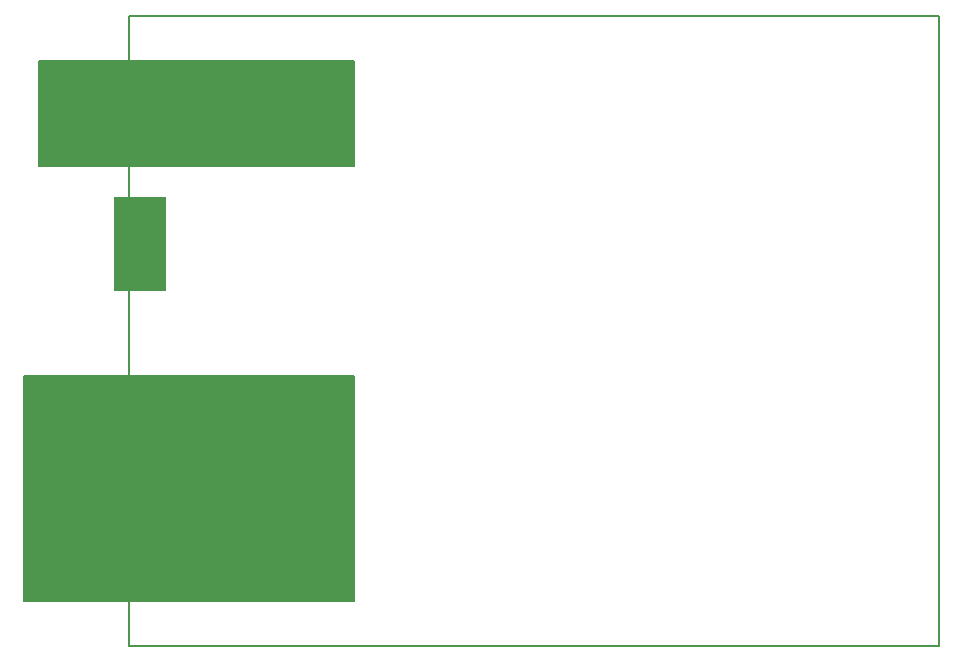
<source format=gbo>
G75*
%MOIN*%
%OFA0B0*%
%FSLAX25Y25*%
%IPPOS*%
%LPD*%
%AMOC8*
5,1,8,0,0,1.08239X$1,22.5*
%
%ADD10C,0.00500*%
%ADD11R,0.86614X0.62992*%
%ADD12R,0.78740X0.19685*%
%ADD13R,0.17795X0.31614*%
D10*
X0060662Y0206100D02*
X0060662Y0416100D01*
X0330662Y0416100D01*
X0330662Y0206100D01*
X0060662Y0206100D01*
X0025662Y0221100D02*
X0025662Y0296100D01*
X0135662Y0296100D01*
X0135662Y0221100D01*
X0025662Y0221100D01*
X0025662Y0221532D02*
X0135662Y0221532D01*
X0135662Y0222031D02*
X0025662Y0222031D01*
X0025662Y0222529D02*
X0135662Y0222529D01*
X0135662Y0223028D02*
X0025662Y0223028D01*
X0025662Y0223526D02*
X0135662Y0223526D01*
X0135662Y0224025D02*
X0025662Y0224025D01*
X0025662Y0224523D02*
X0135662Y0224523D01*
X0135662Y0225022D02*
X0025662Y0225022D01*
X0025662Y0225520D02*
X0135662Y0225520D01*
X0135662Y0226019D02*
X0025662Y0226019D01*
X0025662Y0226517D02*
X0135662Y0226517D01*
X0135662Y0227016D02*
X0025662Y0227016D01*
X0025662Y0227514D02*
X0135662Y0227514D01*
X0135662Y0228013D02*
X0025662Y0228013D01*
X0025662Y0228511D02*
X0135662Y0228511D01*
X0135662Y0229010D02*
X0025662Y0229010D01*
X0025662Y0229508D02*
X0135662Y0229508D01*
X0135662Y0230007D02*
X0025662Y0230007D01*
X0025662Y0230505D02*
X0135662Y0230505D01*
X0135662Y0231004D02*
X0025662Y0231004D01*
X0025662Y0231502D02*
X0135662Y0231502D01*
X0135662Y0232001D02*
X0025662Y0232001D01*
X0025662Y0232499D02*
X0135662Y0232499D01*
X0135662Y0232998D02*
X0025662Y0232998D01*
X0025662Y0233496D02*
X0135662Y0233496D01*
X0135662Y0233995D02*
X0025662Y0233995D01*
X0025662Y0234493D02*
X0135662Y0234493D01*
X0135662Y0234992D02*
X0025662Y0234992D01*
X0025662Y0235490D02*
X0135662Y0235490D01*
X0135662Y0235989D02*
X0025662Y0235989D01*
X0025662Y0236487D02*
X0135662Y0236487D01*
X0135662Y0236986D02*
X0025662Y0236986D01*
X0025662Y0237484D02*
X0135662Y0237484D01*
X0135662Y0237983D02*
X0025662Y0237983D01*
X0025662Y0238481D02*
X0135662Y0238481D01*
X0135662Y0238980D02*
X0025662Y0238980D01*
X0025662Y0239479D02*
X0135662Y0239479D01*
X0135662Y0239977D02*
X0025662Y0239977D01*
X0025662Y0240476D02*
X0135662Y0240476D01*
X0135662Y0240974D02*
X0025662Y0240974D01*
X0025662Y0241473D02*
X0135662Y0241473D01*
X0135662Y0241971D02*
X0025662Y0241971D01*
X0025662Y0242470D02*
X0135662Y0242470D01*
X0135662Y0242968D02*
X0025662Y0242968D01*
X0025662Y0243467D02*
X0135662Y0243467D01*
X0135662Y0243965D02*
X0025662Y0243965D01*
X0025662Y0244464D02*
X0135662Y0244464D01*
X0135662Y0244962D02*
X0025662Y0244962D01*
X0025662Y0245461D02*
X0135662Y0245461D01*
X0135662Y0245959D02*
X0025662Y0245959D01*
X0025662Y0246458D02*
X0135662Y0246458D01*
X0135662Y0246956D02*
X0025662Y0246956D01*
X0025662Y0247455D02*
X0135662Y0247455D01*
X0135662Y0247953D02*
X0025662Y0247953D01*
X0025662Y0248452D02*
X0135662Y0248452D01*
X0135662Y0248950D02*
X0025662Y0248950D01*
X0025662Y0249449D02*
X0135662Y0249449D01*
X0135662Y0249947D02*
X0025662Y0249947D01*
X0025662Y0250446D02*
X0135662Y0250446D01*
X0135662Y0250944D02*
X0025662Y0250944D01*
X0025662Y0251443D02*
X0135662Y0251443D01*
X0135662Y0251941D02*
X0025662Y0251941D01*
X0025662Y0252440D02*
X0135662Y0252440D01*
X0135662Y0252938D02*
X0025662Y0252938D01*
X0025662Y0253437D02*
X0135662Y0253437D01*
X0135662Y0253935D02*
X0025662Y0253935D01*
X0025662Y0254434D02*
X0135662Y0254434D01*
X0135662Y0254932D02*
X0025662Y0254932D01*
X0025662Y0255431D02*
X0135662Y0255431D01*
X0135662Y0255929D02*
X0025662Y0255929D01*
X0025662Y0256428D02*
X0135662Y0256428D01*
X0135662Y0256926D02*
X0025662Y0256926D01*
X0025662Y0257425D02*
X0135662Y0257425D01*
X0135662Y0257923D02*
X0025662Y0257923D01*
X0025662Y0258422D02*
X0135662Y0258422D01*
X0135662Y0258920D02*
X0025662Y0258920D01*
X0025662Y0259419D02*
X0135662Y0259419D01*
X0135662Y0259917D02*
X0025662Y0259917D01*
X0025662Y0260416D02*
X0135662Y0260416D01*
X0135662Y0260915D02*
X0025662Y0260915D01*
X0025662Y0261413D02*
X0135662Y0261413D01*
X0135662Y0261912D02*
X0025662Y0261912D01*
X0025662Y0262410D02*
X0135662Y0262410D01*
X0135662Y0262909D02*
X0025662Y0262909D01*
X0025662Y0263407D02*
X0135662Y0263407D01*
X0135662Y0263906D02*
X0025662Y0263906D01*
X0025662Y0264404D02*
X0135662Y0264404D01*
X0135662Y0264903D02*
X0025662Y0264903D01*
X0025662Y0265401D02*
X0135662Y0265401D01*
X0135662Y0265900D02*
X0025662Y0265900D01*
X0025662Y0266398D02*
X0135662Y0266398D01*
X0135662Y0266897D02*
X0025662Y0266897D01*
X0025662Y0267395D02*
X0135662Y0267395D01*
X0135662Y0267894D02*
X0025662Y0267894D01*
X0025662Y0268392D02*
X0135662Y0268392D01*
X0135662Y0268891D02*
X0025662Y0268891D01*
X0025662Y0269389D02*
X0135662Y0269389D01*
X0135662Y0269888D02*
X0025662Y0269888D01*
X0025662Y0270386D02*
X0135662Y0270386D01*
X0135662Y0270885D02*
X0025662Y0270885D01*
X0025662Y0271383D02*
X0135662Y0271383D01*
X0135662Y0271882D02*
X0025662Y0271882D01*
X0025662Y0272380D02*
X0135662Y0272380D01*
X0135662Y0272879D02*
X0025662Y0272879D01*
X0025662Y0273377D02*
X0135662Y0273377D01*
X0135662Y0273876D02*
X0025662Y0273876D01*
X0025662Y0274374D02*
X0135662Y0274374D01*
X0135662Y0274873D02*
X0025662Y0274873D01*
X0025662Y0275371D02*
X0135662Y0275371D01*
X0135662Y0275870D02*
X0025662Y0275870D01*
X0025662Y0276368D02*
X0135662Y0276368D01*
X0135662Y0276867D02*
X0025662Y0276867D01*
X0025662Y0277365D02*
X0135662Y0277365D01*
X0135662Y0277864D02*
X0025662Y0277864D01*
X0025662Y0278362D02*
X0135662Y0278362D01*
X0135662Y0278861D02*
X0025662Y0278861D01*
X0025662Y0279359D02*
X0135662Y0279359D01*
X0135662Y0279858D02*
X0025662Y0279858D01*
X0025662Y0280356D02*
X0135662Y0280356D01*
X0135662Y0280855D02*
X0025662Y0280855D01*
X0025662Y0281353D02*
X0135662Y0281353D01*
X0135662Y0281852D02*
X0025662Y0281852D01*
X0025662Y0282350D02*
X0135662Y0282350D01*
X0135662Y0282849D02*
X0025662Y0282849D01*
X0025662Y0283348D02*
X0135662Y0283348D01*
X0135662Y0283846D02*
X0025662Y0283846D01*
X0025662Y0284345D02*
X0135662Y0284345D01*
X0135662Y0284843D02*
X0025662Y0284843D01*
X0025662Y0285342D02*
X0135662Y0285342D01*
X0135662Y0285840D02*
X0025662Y0285840D01*
X0025662Y0286339D02*
X0135662Y0286339D01*
X0135662Y0286837D02*
X0025662Y0286837D01*
X0025662Y0287336D02*
X0135662Y0287336D01*
X0135662Y0287834D02*
X0025662Y0287834D01*
X0025662Y0288333D02*
X0135662Y0288333D01*
X0135662Y0288831D02*
X0025662Y0288831D01*
X0025662Y0289330D02*
X0135662Y0289330D01*
X0135662Y0289828D02*
X0025662Y0289828D01*
X0025662Y0290327D02*
X0135662Y0290327D01*
X0135662Y0290825D02*
X0025662Y0290825D01*
X0025662Y0291324D02*
X0135662Y0291324D01*
X0135662Y0291822D02*
X0025662Y0291822D01*
X0025662Y0292321D02*
X0135662Y0292321D01*
X0135662Y0292819D02*
X0025662Y0292819D01*
X0025662Y0293318D02*
X0135662Y0293318D01*
X0135662Y0293816D02*
X0025662Y0293816D01*
X0025662Y0294315D02*
X0135662Y0294315D01*
X0135662Y0294813D02*
X0025662Y0294813D01*
X0025662Y0295312D02*
X0135662Y0295312D01*
X0135662Y0295810D02*
X0025662Y0295810D01*
X0030662Y0366100D02*
X0030662Y0401100D01*
X0135662Y0401100D01*
X0135662Y0366100D01*
X0030662Y0366100D01*
X0135662Y0366100D01*
X0135662Y0366599D02*
X0030662Y0366599D01*
X0030662Y0367097D02*
X0135662Y0367097D01*
X0135662Y0367596D02*
X0030662Y0367596D01*
X0030662Y0368094D02*
X0135662Y0368094D01*
X0135662Y0368593D02*
X0030662Y0368593D01*
X0030662Y0369091D02*
X0135662Y0369091D01*
X0135662Y0369590D02*
X0030662Y0369590D01*
X0030662Y0370088D02*
X0135662Y0370088D01*
X0135662Y0370587D02*
X0030662Y0370587D01*
X0030662Y0371086D02*
X0135662Y0371086D01*
X0135662Y0371584D02*
X0030662Y0371584D01*
X0030662Y0372083D02*
X0135662Y0372083D01*
X0135662Y0372581D02*
X0030662Y0372581D01*
X0030662Y0373080D02*
X0135662Y0373080D01*
X0135662Y0373578D02*
X0030662Y0373578D01*
X0030662Y0374077D02*
X0135662Y0374077D01*
X0135662Y0374575D02*
X0030662Y0374575D01*
X0030662Y0375074D02*
X0135662Y0375074D01*
X0135662Y0375572D02*
X0030662Y0375572D01*
X0030662Y0376071D02*
X0135662Y0376071D01*
X0135662Y0376569D02*
X0030662Y0376569D01*
X0030662Y0377068D02*
X0135662Y0377068D01*
X0135662Y0377566D02*
X0030662Y0377566D01*
X0030662Y0378065D02*
X0135662Y0378065D01*
X0135662Y0378563D02*
X0030662Y0378563D01*
X0030662Y0379062D02*
X0135662Y0379062D01*
X0135662Y0379560D02*
X0030662Y0379560D01*
X0030662Y0380059D02*
X0135662Y0380059D01*
X0135662Y0380557D02*
X0030662Y0380557D01*
X0030662Y0381056D02*
X0135662Y0381056D01*
X0135662Y0381554D02*
X0030662Y0381554D01*
X0030662Y0382053D02*
X0135662Y0382053D01*
X0135662Y0382551D02*
X0030662Y0382551D01*
X0030662Y0383050D02*
X0135662Y0383050D01*
X0135662Y0383548D02*
X0030662Y0383548D01*
X0030662Y0384047D02*
X0135662Y0384047D01*
X0135662Y0384545D02*
X0030662Y0384545D01*
X0030662Y0385044D02*
X0135662Y0385044D01*
X0135662Y0385542D02*
X0030662Y0385542D01*
X0030662Y0386041D02*
X0135662Y0386041D01*
X0135662Y0386539D02*
X0030662Y0386539D01*
X0030662Y0387038D02*
X0135662Y0387038D01*
X0135662Y0387536D02*
X0030662Y0387536D01*
X0030662Y0388035D02*
X0135662Y0388035D01*
X0135662Y0388533D02*
X0030662Y0388533D01*
X0030662Y0389032D02*
X0135662Y0389032D01*
X0135662Y0389530D02*
X0030662Y0389530D01*
X0030662Y0390029D02*
X0135662Y0390029D01*
X0135662Y0390527D02*
X0030662Y0390527D01*
X0030662Y0391026D02*
X0135662Y0391026D01*
X0135662Y0391524D02*
X0030662Y0391524D01*
X0030662Y0392023D02*
X0135662Y0392023D01*
X0135662Y0392521D02*
X0030662Y0392521D01*
X0030662Y0393020D02*
X0135662Y0393020D01*
X0135662Y0393519D02*
X0030662Y0393519D01*
X0030662Y0394017D02*
X0135662Y0394017D01*
X0135662Y0394516D02*
X0030662Y0394516D01*
X0030662Y0395014D02*
X0135662Y0395014D01*
X0135662Y0395513D02*
X0030662Y0395513D01*
X0030662Y0396011D02*
X0135662Y0396011D01*
X0135662Y0396510D02*
X0030662Y0396510D01*
X0030662Y0397008D02*
X0135662Y0397008D01*
X0135662Y0397507D02*
X0030662Y0397507D01*
X0030662Y0398005D02*
X0135662Y0398005D01*
X0135662Y0398504D02*
X0030662Y0398504D01*
X0030662Y0399002D02*
X0135662Y0399002D01*
X0135662Y0399501D02*
X0030662Y0399501D01*
X0030662Y0399999D02*
X0135662Y0399999D01*
X0135662Y0400498D02*
X0030662Y0400498D01*
X0030662Y0400996D02*
X0135662Y0400996D01*
D11*
X0082394Y0256061D03*
D12*
X0086331Y0385509D03*
D13*
X0064559Y0340293D03*
M02*

</source>
